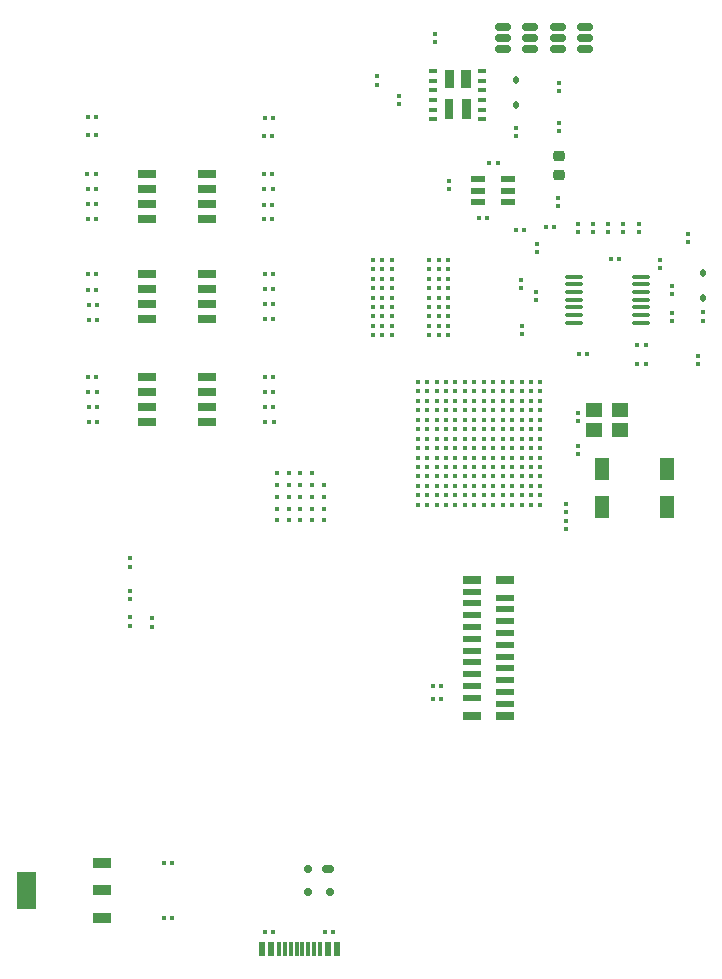
<source format=gbr>
%TF.GenerationSoftware,KiCad,Pcbnew,9.0.0*%
%TF.CreationDate,2025-05-05T21:38:29-04:00*%
%TF.ProjectId,payload_board,7061796c-6f61-4645-9f62-6f6172642e6b,rev?*%
%TF.SameCoordinates,Original*%
%TF.FileFunction,Paste,Top*%
%TF.FilePolarity,Positive*%
%FSLAX45Y45*%
G04 Gerber Fmt 4.5, Leading zero omitted, Abs format (unit mm)*
G04 Created by KiCad (PCBNEW 9.0.0) date 2025-05-05 21:38:29*
%MOMM*%
%LPD*%
G01*
G04 APERTURE LIST*
G04 Aperture macros list*
%AMRoundRect*
0 Rectangle with rounded corners*
0 $1 Rounding radius*
0 $2 $3 $4 $5 $6 $7 $8 $9 X,Y pos of 4 corners*
0 Add a 4 corners polygon primitive as box body*
4,1,4,$2,$3,$4,$5,$6,$7,$8,$9,$2,$3,0*
0 Add four circle primitives for the rounded corners*
1,1,$1+$1,$2,$3*
1,1,$1+$1,$4,$5*
1,1,$1+$1,$6,$7*
1,1,$1+$1,$8,$9*
0 Add four rect primitives between the rounded corners*
20,1,$1+$1,$2,$3,$4,$5,0*
20,1,$1+$1,$4,$5,$6,$7,0*
20,1,$1+$1,$6,$7,$8,$9,0*
20,1,$1+$1,$8,$9,$2,$3,0*%
G04 Aperture macros list end*
%ADD10C,0.000000*%
%ADD11RoundRect,0.079500X0.079500X0.100500X-0.079500X0.100500X-0.079500X-0.100500X0.079500X-0.100500X0*%
%ADD12RoundRect,0.079500X0.100500X-0.079500X0.100500X0.079500X-0.100500X0.079500X-0.100500X-0.079500X0*%
%ADD13RoundRect,0.079500X-0.079500X-0.100500X0.079500X-0.100500X0.079500X0.100500X-0.079500X0.100500X0*%
%ADD14RoundRect,0.079500X-0.100500X0.079500X-0.100500X-0.079500X0.100500X-0.079500X0.100500X0.079500X0*%
%ADD15C,0.410000*%
%ADD16RoundRect,0.175000X-0.325000X0.175000X-0.325000X-0.175000X0.325000X-0.175000X0.325000X0.175000X0*%
%ADD17RoundRect,0.150000X-0.150000X0.200000X-0.150000X-0.200000X0.150000X-0.200000X0.150000X0.200000X0*%
%ADD18R,1.600200X0.838200*%
%ADD19RoundRect,0.218750X-0.256250X0.218750X-0.256250X-0.218750X0.256250X-0.218750X0.256250X0.218750X0*%
%ADD20R,0.650000X0.400000*%
%ADD21RoundRect,0.190000X0.610000X0.190000X-0.610000X0.190000X-0.610000X-0.190000X0.610000X-0.190000X0*%
%ADD22R,1.150000X0.600000*%
%ADD23RoundRect,0.112500X-0.112500X0.187500X-0.112500X-0.187500X0.112500X-0.187500X0.112500X0.187500X0*%
%ADD24R,1.400000X1.200000*%
%ADD25R,0.590000X1.150000*%
%ADD26R,0.298000X1.150000*%
%ADD27C,0.370000*%
%ADD28RoundRect,0.150000X-0.512500X-0.150000X0.512500X-0.150000X0.512500X0.150000X-0.512500X0.150000X0*%
%ADD29R,1.300000X1.900000*%
%ADD30RoundRect,0.100000X-0.637500X-0.100000X0.637500X-0.100000X0.637500X0.100000X-0.637500X0.100000X0*%
%ADD31R,1.500000X0.600000*%
%ADD32R,1.500000X0.800000*%
%ADD33C,0.394000*%
G04 APERTURE END LIST*
D10*
%TO.C,U2*%
G36*
X15829930Y-13042480D02*
G01*
X15669910Y-13042480D01*
X15669910Y-12727520D01*
X15829930Y-12727520D01*
X15829930Y-13042480D01*
G37*
%TO.C,Q1*%
G36*
X19370000Y-6090906D02*
G01*
X19290000Y-6090906D01*
X19290000Y-5940906D01*
X19370000Y-5940906D01*
X19370000Y-6090906D01*
G37*
G36*
X19360000Y-6350906D02*
G01*
X19290000Y-6350906D01*
X19290000Y-6180906D01*
X19360000Y-6180906D01*
X19360000Y-6350906D01*
G37*
G36*
X19510000Y-6090906D02*
G01*
X19430000Y-6090906D01*
X19430000Y-5940906D01*
X19510000Y-5940906D01*
X19510000Y-6090906D01*
G37*
G36*
X19510000Y-6350906D02*
G01*
X19440000Y-6350906D01*
X19440000Y-6180906D01*
X19510000Y-6180906D01*
X19510000Y-6350906D01*
G37*
%TD*%
D11*
%TO.C,C49*%
X20989500Y-8427500D03*
X20920500Y-8427500D03*
%TD*%
D12*
%TO.C,R62*%
X21352500Y-7394500D03*
X21352500Y-7325500D03*
%TD*%
D11*
%TO.C,R51*%
X19958500Y-7292500D03*
X19889500Y-7292500D03*
%TD*%
%TO.C,C48*%
X19651500Y-7192500D03*
X19582500Y-7192500D03*
%TD*%
%TO.C,R3*%
X17830500Y-7080000D03*
X17761500Y-7080000D03*
%TD*%
%TO.C,C45*%
X20212000Y-7265000D03*
X20143000Y-7265000D03*
%TD*%
D13*
%TO.C,R25*%
X16275500Y-8920000D03*
X16344500Y-8920000D03*
%TD*%
%TO.C,R17*%
X16267000Y-6945000D03*
X16336000Y-6945000D03*
%TD*%
%TO.C,R27*%
X16273000Y-8667500D03*
X16342000Y-8667500D03*
%TD*%
D11*
%TO.C,R61*%
X20767000Y-7535000D03*
X20698000Y-7535000D03*
%TD*%
D13*
%TO.C,C7*%
X16912500Y-13115000D03*
X16981500Y-13115000D03*
%TD*%
D11*
%TO.C,C50*%
X20989500Y-8270000D03*
X20920500Y-8270000D03*
%TD*%
D14*
%TO.C,R34*%
X18720000Y-5993000D03*
X18720000Y-6062000D03*
%TD*%
D13*
%TO.C,R15*%
X16269500Y-7202500D03*
X16338500Y-7202500D03*
%TD*%
D11*
%TO.C,R13*%
X17834500Y-8540000D03*
X17765500Y-8540000D03*
%TD*%
%TO.C,R6*%
X17834500Y-8045000D03*
X17765500Y-8045000D03*
%TD*%
D12*
%TO.C,C47*%
X19945000Y-8177000D03*
X19945000Y-8108000D03*
%TD*%
D15*
%TO.C,IC1*%
X19320000Y-8185000D03*
X19240000Y-8185000D03*
X19160000Y-8185000D03*
X18840000Y-8185000D03*
X18760000Y-8185000D03*
X18680000Y-8185000D03*
X19320000Y-8105000D03*
X19240000Y-8105000D03*
X19160000Y-8105000D03*
X18840000Y-8105000D03*
X18760000Y-8105000D03*
X18680000Y-8105000D03*
X19320000Y-8025000D03*
X19240000Y-8025000D03*
X19160000Y-8025000D03*
X18840000Y-8025000D03*
X18760000Y-8025000D03*
X18680000Y-8025000D03*
X19320000Y-7945000D03*
X19240000Y-7945000D03*
X19160000Y-7945000D03*
X18840000Y-7945000D03*
X18760000Y-7945000D03*
X18680000Y-7945000D03*
X19320000Y-7865000D03*
X19240000Y-7865000D03*
X19160000Y-7865000D03*
X18840000Y-7865000D03*
X18760000Y-7865000D03*
X18680000Y-7865000D03*
X19320000Y-7785000D03*
X19240000Y-7785000D03*
X19160000Y-7785000D03*
X18840000Y-7785000D03*
X18760000Y-7785000D03*
X18680000Y-7785000D03*
X19320000Y-7705000D03*
X19240000Y-7705000D03*
X19160000Y-7705000D03*
X18840000Y-7705000D03*
X18760000Y-7705000D03*
X18680000Y-7705000D03*
X19320000Y-7625000D03*
X19240000Y-7625000D03*
X19160000Y-7625000D03*
X18840000Y-7625000D03*
X18760000Y-7625000D03*
X18680000Y-7625000D03*
X19320000Y-7545000D03*
X19240000Y-7545000D03*
X19160000Y-7545000D03*
X18840000Y-7545000D03*
X18760000Y-7545000D03*
X18680000Y-7545000D03*
%TD*%
D16*
%TO.C,D1*%
X18300000Y-12700000D03*
D17*
X18130000Y-12700000D03*
X18130000Y-12900000D03*
X18320000Y-12900000D03*
%TD*%
D14*
%TO.C,R42*%
X16625000Y-10351500D03*
X16625000Y-10420500D03*
%TD*%
%TO.C,R52*%
X20067500Y-7414000D03*
X20067500Y-7483000D03*
%TD*%
D13*
%TO.C,R26*%
X16275500Y-8795000D03*
X16344500Y-8795000D03*
%TD*%
D12*
%TO.C,R47*%
X20673000Y-7308500D03*
X20673000Y-7239500D03*
%TD*%
D18*
%TO.C,U2*%
X16390000Y-13115000D03*
X16390000Y-12885000D03*
X16390000Y-12655000D03*
%TD*%
D19*
%TO.C,D3*%
X20255000Y-6670000D03*
X20255000Y-6827500D03*
%TD*%
D13*
%TO.C,R63*%
X16265500Y-6340000D03*
X16334500Y-6340000D03*
%TD*%
D14*
%TO.C,R43*%
X16625000Y-10074000D03*
X16625000Y-10143000D03*
%TD*%
D20*
%TO.C,Q1*%
X19192457Y-5948468D03*
X19192457Y-6029748D03*
X19192457Y-6111028D03*
X19192457Y-6192308D03*
X19192457Y-6273588D03*
X19192457Y-6354868D03*
X19607518Y-6354843D03*
X19607518Y-6273563D03*
X19607518Y-6192283D03*
X19607518Y-6111003D03*
X19607518Y-6029723D03*
X19607518Y-5948443D03*
%TD*%
D12*
%TO.C,R57*%
X21115000Y-7617500D03*
X21115000Y-7548500D03*
%TD*%
D21*
%TO.C,SW2*%
X17279000Y-8050500D03*
X17279000Y-7923500D03*
X17279000Y-7796500D03*
X17279000Y-7669500D03*
X16771000Y-7669500D03*
X16771000Y-7796500D03*
X16771000Y-7923500D03*
X16771000Y-8050500D03*
%TD*%
D14*
%TO.C,R48*%
X20803000Y-7239500D03*
X20803000Y-7308500D03*
%TD*%
D22*
%TO.C,U5*%
X19572500Y-6865000D03*
X19572500Y-6960000D03*
X19572500Y-7055000D03*
X19822500Y-7055000D03*
X19822500Y-6960000D03*
X19822500Y-6865000D03*
%TD*%
D23*
%TO.C,D4*%
X21472500Y-7657500D03*
X21472500Y-7867500D03*
%TD*%
D13*
%TO.C,R53*%
X19668000Y-6725000D03*
X19737000Y-6725000D03*
%TD*%
%TO.C,R28*%
X16272000Y-8540000D03*
X16341000Y-8540000D03*
%TD*%
%TO.C,R18*%
X16264500Y-6822500D03*
X16333500Y-6822500D03*
%TD*%
D23*
%TO.C,D2*%
X19895000Y-6027500D03*
X19895000Y-6237500D03*
%TD*%
D21*
%TO.C,SW3*%
X17278000Y-8921000D03*
X17278000Y-8794000D03*
X17278000Y-8667000D03*
X17278000Y-8540000D03*
X16770000Y-8540000D03*
X16770000Y-8667000D03*
X16770000Y-8794000D03*
X16770000Y-8921000D03*
%TD*%
D11*
%TO.C,R8*%
X17834500Y-7920000D03*
X17765500Y-7920000D03*
%TD*%
D14*
%TO.C,R41*%
X16625000Y-10574000D03*
X16625000Y-10643000D03*
%TD*%
D11*
%TO.C,R1*%
X17834500Y-6345000D03*
X17765500Y-6345000D03*
%TD*%
%TO.C,R14*%
X17839500Y-8665000D03*
X17770500Y-8665000D03*
%TD*%
D13*
%TO.C,R66*%
X19191500Y-11152500D03*
X19260500Y-11152500D03*
%TD*%
D14*
%TO.C,R54*%
X19932500Y-7718000D03*
X19932500Y-7787000D03*
%TD*%
D21*
%TO.C,SW1*%
X17274000Y-7200500D03*
X17274000Y-7073500D03*
X17274000Y-6946500D03*
X17274000Y-6819500D03*
X16766000Y-6819500D03*
X16766000Y-6946500D03*
X16766000Y-7073500D03*
X16766000Y-7200500D03*
%TD*%
D13*
%TO.C,R21*%
X16272000Y-7797500D03*
X16341000Y-7797500D03*
%TD*%
D24*
%TO.C,Y2*%
X20555000Y-8987500D03*
X20775000Y-8987500D03*
X20775000Y-8817500D03*
X20555000Y-8817500D03*
%TD*%
D14*
%TO.C,R37*%
X20255000Y-6048500D03*
X20255000Y-6117500D03*
%TD*%
%TO.C,R38*%
X20257500Y-6385500D03*
X20257500Y-6454500D03*
%TD*%
D11*
%TO.C,R12*%
X17829500Y-6495000D03*
X17760500Y-6495000D03*
%TD*%
D14*
%TO.C,R60*%
X21215000Y-7994000D03*
X21215000Y-8063000D03*
%TD*%
D12*
%TO.C,R59*%
X21217500Y-7838500D03*
X21217500Y-7769500D03*
%TD*%
D14*
%TO.C,C32*%
X20420000Y-9122500D03*
X20420000Y-9191500D03*
%TD*%
D11*
%TO.C,R5*%
X17829500Y-6820000D03*
X17760500Y-6820000D03*
%TD*%
D13*
%TO.C,R22*%
X16270500Y-7670000D03*
X16339500Y-7670000D03*
%TD*%
%TO.C,C10*%
X16913000Y-12652500D03*
X16982000Y-12652500D03*
%TD*%
%TO.C,R31*%
X17770700Y-13233400D03*
X17839700Y-13233400D03*
%TD*%
%TO.C,R32*%
X18278700Y-13233400D03*
X18347700Y-13233400D03*
%TD*%
%TO.C,R64*%
X16265500Y-6490000D03*
X16334500Y-6490000D03*
%TD*%
%TO.C,R65*%
X19191500Y-11260000D03*
X19260500Y-11260000D03*
%TD*%
D14*
%TO.C,R35*%
X19207500Y-5630500D03*
X19207500Y-5699500D03*
%TD*%
D11*
%TO.C,R9*%
X17833500Y-7795000D03*
X17764500Y-7795000D03*
%TD*%
D14*
%TO.C,R58*%
X21472500Y-7991500D03*
X21472500Y-8060500D03*
%TD*%
D12*
%TO.C,R50*%
X20252500Y-7088000D03*
X20252500Y-7019000D03*
%TD*%
D25*
%TO.C,J2*%
X17740000Y-13380000D03*
X17820000Y-13380000D03*
D26*
X17935000Y-13380000D03*
X18035000Y-13380000D03*
X18085000Y-13380000D03*
X18185000Y-13380000D03*
D25*
X18380000Y-13380000D03*
X18300000Y-13380000D03*
D26*
X18235000Y-13380000D03*
X18135000Y-13380000D03*
X17985000Y-13380000D03*
X17885000Y-13380000D03*
%TD*%
D11*
%TO.C,R4*%
X17832000Y-6945000D03*
X17763000Y-6945000D03*
%TD*%
D27*
%TO.C,U3*%
X18267500Y-9452500D03*
X18267500Y-9552500D03*
X18267500Y-9652500D03*
X18267500Y-9752500D03*
X18167500Y-9352500D03*
X18167500Y-9452500D03*
X18167500Y-9552500D03*
X18167500Y-9652500D03*
X18167500Y-9752500D03*
X18067500Y-9352500D03*
X18067500Y-9452500D03*
X18067500Y-9552500D03*
X18067500Y-9652500D03*
X18067500Y-9752500D03*
X17967500Y-9352500D03*
X17967500Y-9452500D03*
X17967500Y-9552500D03*
X17967500Y-9652500D03*
X17967500Y-9752500D03*
X17867500Y-9352500D03*
X17867500Y-9452500D03*
X17867500Y-9552500D03*
X17867500Y-9652500D03*
X17867500Y-9752500D03*
%TD*%
D12*
%TO.C,R36*%
X19895000Y-6497000D03*
X19895000Y-6428000D03*
%TD*%
D11*
%TO.C,R7*%
X17841000Y-8920000D03*
X17772000Y-8920000D03*
%TD*%
D14*
%TO.C,C46*%
X19322500Y-6878000D03*
X19322500Y-6947000D03*
%TD*%
D11*
%TO.C,R11*%
X17834500Y-7667500D03*
X17765500Y-7667500D03*
%TD*%
D28*
%TO.C,Q2*%
X19780000Y-5575000D03*
X19780000Y-5670000D03*
X19780000Y-5765000D03*
X20007500Y-5765000D03*
X20007500Y-5670000D03*
X20007500Y-5575000D03*
%TD*%
D12*
%TO.C,R45*%
X20418000Y-7308500D03*
X20418000Y-7239500D03*
%TD*%
D13*
%TO.C,R19*%
X16274500Y-8052500D03*
X16343500Y-8052500D03*
%TD*%
%TO.C,R16*%
X16269500Y-7075000D03*
X16338500Y-7075000D03*
%TD*%
D14*
%TO.C,C20*%
X20320000Y-9760000D03*
X20320000Y-9829000D03*
%TD*%
D12*
%TO.C,C51*%
X21430000Y-8429500D03*
X21430000Y-8360500D03*
%TD*%
%TO.C,R33*%
X18900000Y-6227000D03*
X18900000Y-6158000D03*
%TD*%
D14*
%TO.C,R46*%
X20543000Y-7239500D03*
X20543000Y-7308500D03*
%TD*%
D29*
%TO.C,Y1*%
X20617500Y-9635000D03*
X21167500Y-9635000D03*
X21167500Y-9315000D03*
X20617500Y-9315000D03*
%TD*%
D14*
%TO.C,R40*%
X16810000Y-10581500D03*
X16810000Y-10650500D03*
%TD*%
D11*
%TO.C,R10*%
X17839500Y-8790000D03*
X17770500Y-8790000D03*
%TD*%
D30*
%TO.C,U4*%
X20382500Y-7687500D03*
X20382500Y-7752500D03*
X20382500Y-7817500D03*
X20382500Y-7882500D03*
X20382500Y-7947500D03*
X20382500Y-8012500D03*
X20382500Y-8077500D03*
X20955000Y-8077500D03*
X20955000Y-8012500D03*
X20955000Y-7947500D03*
X20955000Y-7882500D03*
X20955000Y-7817500D03*
X20955000Y-7752500D03*
X20955000Y-7687500D03*
%TD*%
D14*
%TO.C,C34*%
X20417500Y-8845500D03*
X20417500Y-8914500D03*
%TD*%
D31*
%TO.C,J8*%
X19800000Y-11305000D03*
X19520000Y-11255000D03*
X19800000Y-11205000D03*
X19520000Y-11155000D03*
X19800000Y-11105000D03*
X19520000Y-11055000D03*
X19800000Y-11005000D03*
X19520000Y-10955000D03*
X19800000Y-10905000D03*
X19520000Y-10855000D03*
X19800000Y-10805000D03*
X19520000Y-10755000D03*
X19800000Y-10705000D03*
X19520000Y-10655000D03*
X19800000Y-10605000D03*
X19520000Y-10555000D03*
X19800000Y-10505000D03*
X19520000Y-10455000D03*
X19800000Y-10405000D03*
X19520000Y-10355000D03*
D32*
X19800000Y-11405000D03*
X19520000Y-11405000D03*
X19520000Y-10255000D03*
X19800000Y-10255000D03*
%TD*%
D13*
%TO.C,R56*%
X20427000Y-8345000D03*
X20496000Y-8345000D03*
%TD*%
D12*
%TO.C,R49*%
X20935500Y-7310000D03*
X20935500Y-7241000D03*
%TD*%
%TO.C,R55*%
X20065000Y-7888000D03*
X20065000Y-7819000D03*
%TD*%
%TO.C,C19*%
X20320000Y-9682500D03*
X20320000Y-9613500D03*
%TD*%
D11*
%TO.C,R2*%
X17830500Y-7200000D03*
X17761500Y-7200000D03*
%TD*%
D13*
%TO.C,R20*%
X16275500Y-7925000D03*
X16344500Y-7925000D03*
%TD*%
D33*
%TO.C,U1*%
X19060000Y-8580000D03*
X19140000Y-8580000D03*
X19220000Y-8580000D03*
X19300000Y-8580000D03*
X19380000Y-8580000D03*
X19460000Y-8580000D03*
X19540000Y-8580000D03*
X19620000Y-8580000D03*
X19700000Y-8580000D03*
X19780000Y-8580000D03*
X19860000Y-8580000D03*
X19940000Y-8580000D03*
X20020000Y-8580000D03*
X20100000Y-8580000D03*
X19060000Y-8660000D03*
X19140000Y-8660000D03*
X19220000Y-8660000D03*
X19300000Y-8660000D03*
X19380000Y-8660000D03*
X19460000Y-8660000D03*
X19540000Y-8660000D03*
X19620000Y-8660000D03*
X19700000Y-8660000D03*
X19780000Y-8660000D03*
X19860000Y-8660000D03*
X19940000Y-8660000D03*
X20020000Y-8660000D03*
X20100000Y-8660000D03*
X19060000Y-8740000D03*
X19140000Y-8740000D03*
X19220000Y-8740000D03*
X19300000Y-8740000D03*
X19380000Y-8740000D03*
X19460000Y-8740000D03*
X19540000Y-8740000D03*
X19620000Y-8740000D03*
X19700000Y-8740000D03*
X19780000Y-8740000D03*
X19860000Y-8740000D03*
X19940000Y-8740000D03*
X20020000Y-8740000D03*
X20100000Y-8740000D03*
X19060000Y-8820000D03*
X19140000Y-8820000D03*
X19220000Y-8820000D03*
X19300000Y-8820000D03*
X19380000Y-8820000D03*
X19460000Y-8820000D03*
X19540000Y-8820000D03*
X19620000Y-8820000D03*
X19700000Y-8820000D03*
X19780000Y-8820000D03*
X19860000Y-8820000D03*
X19940000Y-8820000D03*
X20020000Y-8820000D03*
X20100000Y-8820000D03*
X19060000Y-8900000D03*
X19140000Y-8900000D03*
X19220000Y-8900000D03*
X19300000Y-8900000D03*
X19380000Y-8900000D03*
X19460000Y-8900000D03*
X19540000Y-8900000D03*
X19620000Y-8900000D03*
X19700000Y-8900000D03*
X19780000Y-8900000D03*
X19860000Y-8900000D03*
X19940000Y-8900000D03*
X20020000Y-8900000D03*
X20100000Y-8900000D03*
X19060000Y-8980000D03*
X19140000Y-8980000D03*
X19220000Y-8980000D03*
X19300000Y-8980000D03*
X19380000Y-8980000D03*
X19460000Y-8980000D03*
X19540000Y-8980000D03*
X19620000Y-8980000D03*
X19700000Y-8980000D03*
X19780000Y-8980000D03*
X19860000Y-8980000D03*
X19940000Y-8980000D03*
X20020000Y-8980000D03*
X20100000Y-8980000D03*
X19060000Y-9060000D03*
X19140000Y-9060000D03*
X19220000Y-9060000D03*
X19300000Y-9060000D03*
X19380000Y-9060000D03*
X19460000Y-9060000D03*
X19540000Y-9060000D03*
X19620000Y-9060000D03*
X19700000Y-9060000D03*
X19780000Y-9060000D03*
X19860000Y-9060000D03*
X19940000Y-9060000D03*
X20020000Y-9060000D03*
X20100000Y-9060000D03*
X19060000Y-9140000D03*
X19140000Y-9140000D03*
X19220000Y-9140000D03*
X19300000Y-9140000D03*
X19380000Y-9140000D03*
X19460000Y-9140000D03*
X19540000Y-9140000D03*
X19620000Y-9140000D03*
X19700000Y-9140000D03*
X19780000Y-9140000D03*
X19860000Y-9140000D03*
X19940000Y-9140000D03*
X20020000Y-9140000D03*
X20100000Y-9140000D03*
X19060000Y-9220000D03*
X19140000Y-9220000D03*
X19220000Y-9220000D03*
X19300000Y-9220000D03*
X19380000Y-9220000D03*
X19460000Y-9220000D03*
X19540000Y-9220000D03*
X19620000Y-9220000D03*
X19700000Y-9220000D03*
X19780000Y-9220000D03*
X19860000Y-9220000D03*
X19940000Y-9220000D03*
X20020000Y-9220000D03*
X20100000Y-9220000D03*
X19060000Y-9300000D03*
X19140000Y-9300000D03*
X19220000Y-9300000D03*
X19300000Y-9300000D03*
X19380000Y-9300000D03*
X19460000Y-9300000D03*
X19540000Y-9300000D03*
X19620000Y-9300000D03*
X19700000Y-9300000D03*
X19780000Y-9300000D03*
X19860000Y-9300000D03*
X19940000Y-9300000D03*
X20020000Y-9300000D03*
X20100000Y-9300000D03*
X19060000Y-9380000D03*
X19140000Y-9380000D03*
X19220000Y-9380000D03*
X19300000Y-9380000D03*
X19380000Y-9380000D03*
X19460000Y-9380000D03*
X19540000Y-9380000D03*
X19620000Y-9380000D03*
X19700000Y-9380000D03*
X19780000Y-9380000D03*
X19860000Y-9380000D03*
X19940000Y-9380000D03*
X20020000Y-9380000D03*
X20100000Y-9380000D03*
X19060000Y-9460000D03*
X19140000Y-9460000D03*
X19220000Y-9460000D03*
X19300000Y-9460000D03*
X19380000Y-9460000D03*
X19460000Y-9460000D03*
X19540000Y-9460000D03*
X19620000Y-9460000D03*
X19700000Y-9460000D03*
X19780000Y-9460000D03*
X19860000Y-9460000D03*
X19940000Y-9460000D03*
X20020000Y-9460000D03*
X20100000Y-9460000D03*
X19060000Y-9540000D03*
X19140000Y-9540000D03*
X19220000Y-9540000D03*
X19300000Y-9540000D03*
X19380000Y-9540000D03*
X19460000Y-9540000D03*
X19540000Y-9540000D03*
X19620000Y-9540000D03*
X19700000Y-9540000D03*
X19780000Y-9540000D03*
X19860000Y-9540000D03*
X19940000Y-9540000D03*
X20020000Y-9540000D03*
X20100000Y-9540000D03*
X19060000Y-9620000D03*
X19140000Y-9620000D03*
X19220000Y-9620000D03*
X19300000Y-9620000D03*
X19380000Y-9620000D03*
X19460000Y-9620000D03*
X19540000Y-9620000D03*
X19620000Y-9620000D03*
X19700000Y-9620000D03*
X19780000Y-9620000D03*
X19860000Y-9620000D03*
X19940000Y-9620000D03*
X20020000Y-9620000D03*
X20100000Y-9620000D03*
%TD*%
D28*
%TO.C,Q3*%
X20252500Y-5575000D03*
X20252500Y-5670000D03*
X20252500Y-5765000D03*
X20480000Y-5765000D03*
X20480000Y-5670000D03*
X20480000Y-5575000D03*
%TD*%
M02*

</source>
